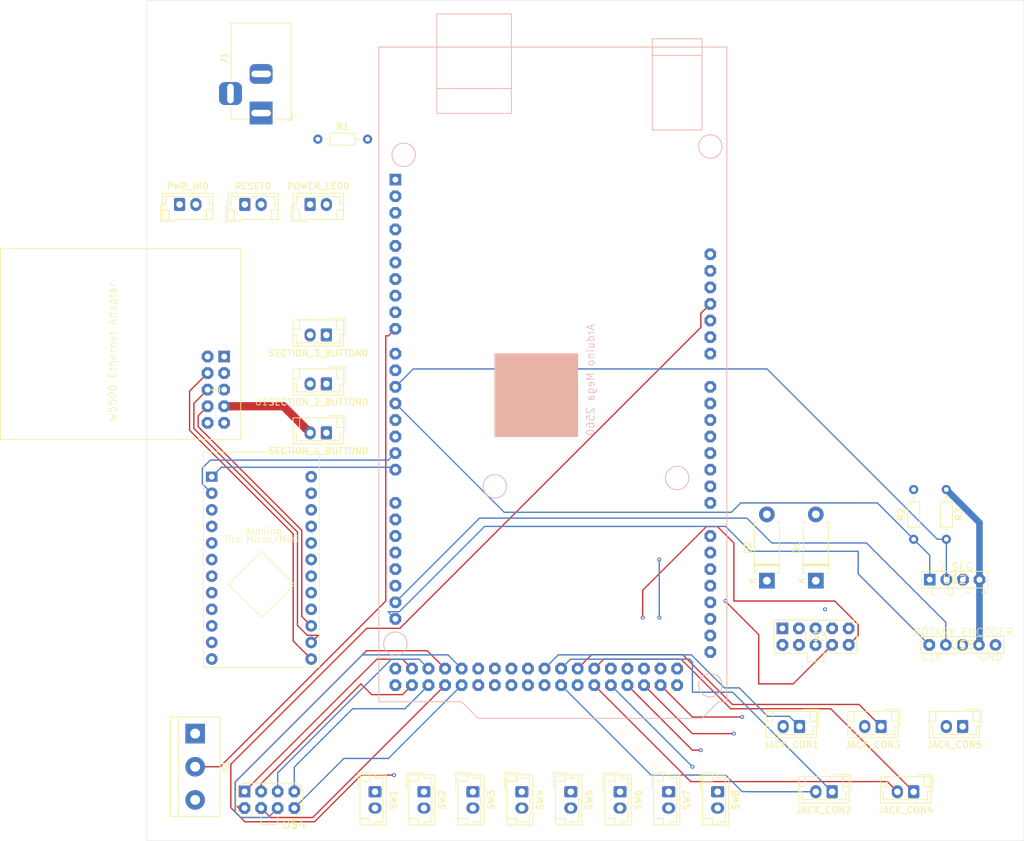
<source format=kicad_pcb>
(kicad_pcb (version 20240108) (generator "pcbnew") (generator_version "8.0")
  (layers (0 "F.Cu" signal) (1 "In1.Cu" signal) (2 "In2.Cu" signal) (31 "B.Cu" signal) (34 "B.Paste" user) (35 "F.Paste" user) (36 "B.SilkS" user "B.Silkscreen") (37 "F.SilkS" user "F.Silkscreen") (38 "B.Mask" user) (39 "F.Mask" user) (44 "Edge.Cuts" user))
  (net 0 "")
  (net 1 "/5V")
  (net 2 "Net-(D1-K)")
  (net 3 "Net-(D2-K)")
  (net 4 "/3V3")
  (net 5 "/RAW_IN")
  (net 7 "GND")
  (net 8 "Net-(JACK_CON1A-S)")
  (net 9 "Net-(JACK_CON1B-S)")
  (net 10 "Net-(JACK_CON2B-S)")
  (net 11 "Net-(JACK_CON2A-S)")
  (net 12 "Net-(JACK_CON3A-S)")
  (net 13 "Net-(JACK_CON3B-S)")
  (net 14 "Net-(JACK_CON4A-S)")
  (net 15 "Net-(JACK_CON4B-S)")
  (net 16 "Net-(JACK_CON5B-S)")
  (net 17 "Net-(JACK_CON5A-S)")
  (net 18 "Net-(POWER_LED0B-S)")
  (net 19 "Net-(R2-Pad1)")
  (net 20 "Net-(R3-Pad2)")
  (net 21 "/RESET")
  (net 22 "Net-(SECTION_1_BUTTON0A-KL)")
  (net 23 "Net-(SECTION_2_BUTTON0A-KL)")
  (net 24 "Net-(SECTION_3_BUTTON0A-KL)")
  (net 25 "Net-(SW1A-S)")
  (net 26 "Net-(SW2A-S)")
  (net 27 "Net-(SW3A-S)")
  (net 28 "Net-(SW4A-S)")
  (net 29 "Net-(SW5A-S)")
  (net 30 "Net-(SW6A-S)")
  (net 31 "Net-(SW7A-S)")
  (net 32 "Net-(SW8A-S)")
  (net 38 "Net-(U1-TXD)")
  (net 39 "/SCK")
  (net 41 "/MOSI")
  (net 45 "/D48")
  (net 48 "/D21")
  (net 49 "Net-(U$1-5V-Pad5V@1)")
  (net 50 "/D53")
  (net 51 "Net-(U$1-PadD25)")
  (net 52 "/D29")
  (net 53 "/MISO")
  (net 55 "Net-(U$1-PadD20)")
  (net 56 "Net-(U$1-PadD28)")
  (net 61 "/D2")
  (net 63 "Net-(U$1-PadD26)")
  (net 64 "Net-(U$1-PadD24)")
  (net 66 "Net-(U$1-PadD49)")
  (net 67 "Net-(U$1-PadD22)")
  (net 68 "Net-(U$1-PadD23)")
  (net 69 "Net-(X1B-KL)")
  (net 83 "Net-(U$1-PadD27)")
  (net 87 "Net-(U1-RXI)")
  (net 102 "Net-(U1-10)")
  (net 103 "Net-(U1-11)")
  (net 104 "Net-(U1-13)")
  (net 105 "Net-(U1-12)")
  (footprint "main:7_SEG_DISPLAY" (layer "F.Cu") (at 188.77 125)
    (property "Reference" "U$2")
    (property "Value" "7_SEG_DISPLAY")
  )
  (footprint "Connector_BarrelJack:BarrelJack_Horizontal" (layer "F.Cu") (at 82.5 53.5 -90)
    (property "Reference" "J1")
    (property "Value" "DCJ0303")
  )
  (footprint "Connector_JST:JST_EH_B2B-EH-A_1x02_P2.50mm_Vertical" (layer "F.Cu") (at 137.5 157.5 -90)
    (property "Reference" "SW6")
    (property "Value" "L02P")
  )
  (footprint "Connector_JST:JST_EH_B2B-EH-A_1x02_P2.50mm_Vertical" (layer "F.Cu") (at 122.45 157.5 -90)
    (property "Reference" "SW4")
    (property "Value" "L02P")
  )
  (footprint "Connector_JST:JST_EH_B2B-EH-A_1x02_P2.50mm_Vertical" (layer "F.Cu") (at 99.95 157.5 -90)
    (property "Reference" "SW1")
    (property "Value" "L02P")
  )
  (footprint "Resistor_THT:R_Axial_DIN0204_L3.6mm_D1.6mm_P7.62mm_Horizontal" (layer "F.Cu") (at 182.5 118.81 90)
    (property "Reference" "R2")
    (property "Value" "FLIPFLOP-RES")
  )
  (footprint "main:ETHERNET_ADAPTER" (layer "F.Cu") (at 75.565 95.885 -90)
    (property "Reference" "1")
    (property "Value" "~")
  )
  (footprint "Connector_JST:JST_EH_B2B-EH-A_1x02_P2.50mm_Vertical" (layer "F.Cu") (at 90 67.5)
    (property "Reference" "POWER_LED0")
    (property "Value" "L02P")
  )
  (footprint "Connector_JST:JST_EH_B2B-EH-A_1x02_P2.50mm_Vertical" (layer "F.Cu") (at 177.5 147.5 180)
    (property "Reference" "JACK_CON3")
    (property "Value" "L02P")
  )
  (footprint "Connector_JST:JST_EH_B2B-EH-A_1x02_P2.50mm_Vertical" (layer "F.Cu") (at 165 147.5 180)
    (property "Reference" "JACK_CON1")
    (property "Value" "L02P")
  )
  (footprint "main:SPI_HEADER_RIBBON_CONNECTOR" (layer "F.Cu") (at 167.46 133.73)
    (property "Reference" "U$3")
    (property "Value" "SPI_HEADERSPI_HEADER_RIBBON_CONNECTOR")
  )
  (footprint "Connector_JST:JST_EH_B2B-EH-A_1x02_P2.50mm_Vertical" (layer "F.Cu") (at 92.5 95 180)
    (property "Reference" "SECTION_2_BUTTON0")
    (property "Value" "W237-102")
  )
  (footprint "Connector_JST:JST_EH_B2B-EH-A_1x02_P2.50mm_Vertical" (layer "F.Cu") (at 129.95 157.5 -90)
    (property "Reference" "SW5")
    (property "Value" "L02P")
  )
  (footprint "Connector_JST:JST_EH_B2B-EH-A_1x02_P2.50mm_Vertical" (layer "F.Cu") (at 80 67.5)
    (property "Reference" "RESET0")
    (property "Value" "L02P")
  )
  (footprint "Connector_JST:JST_EH_B2B-EH-A_1x02_P2.50mm_Vertical" (layer "F.Cu") (at 70 67.5)
    (property "Reference" "PWR_IN0")
    (property "Value" "L02P")
  )
  (footprint "Diode_THT:D_DO-15_P10.16mm_Horizontal" (layer "F.Cu") (at 160 125.16 90)
    (property "Reference" "D2")
    (property "Value" "D")
  )
  (footprint "Connector_JST:JST_EH_B2B-EH-A_1x02_P2.50mm_Vertical" (layer "F.Cu") (at 114.95 157.5 -90)
    (property "Reference" "SW3")
    (property "Value" "L02P")
  )
  (footprint "Connector_JST:JST_EH_B2B-EH-A_1x02_P2.50mm_Vertical" (layer "F.Cu") (at 190 147.5 180)
    (property "Reference" "JACK_CON5")
    (property "Value" "L02P")
  )
  (footprint "Connector_JST:JST_EH_B2B-EH-A_1x02_P2.50mm_Vertical" (layer "F.Cu") (at 107.45 157.5 -90)
    (property "Reference" "SW2")
    (property "Value" "L02P")
  )
  (footprint "Resistor_THT:R_Axial_DIN0204_L3.6mm_D1.6mm_P7.62mm_Horizontal" (layer "F.Cu") (at 91.19 57.5)
    (property "Reference" "R1")
    (property "Value" "FLIPFLOP-RES")
  )
  (footprint "Connector_JST:JST_EH_B2B-EH-A_1x02_P2.50mm_Vertical" (layer "F.Cu") (at 152.45 157.5 -90)
    (property "Reference" "SW8")
    (property "Value" "L02P")
  )
  (footprint "main:BUTTON_GRID_HEADER_RIBBON_CONNECTOR" (layer "F.Cu") (at 83.77 158.73)
    (property "Reference" "U$4")
    (property "Value" "BUTTON_GRID_HEADER")
  )
  (footprint "Connector_JST:JST_EH_B2B-EH-A_1x02_P2.50mm_Vertical" (layer "F.Cu") (at 144.95 157.5 -90)
    (property "Reference" "SW7")
    (property "Value" "L02P")
  )
  (footprint "TerminalBlock:TerminalBlock_bornier-3_P5.08mm" (layer "F.Cu") (at 72.39 148.59 -90)
    (property "Reference" "X1")
    (property "Value" "W237-103")
  )
  (footprint "main:ARDUINO_MEGA_MIRROR" (layer "F.Cu") (at 128.4685 95.45)
    (property "Reference" "U$1")
    (property "Value" "ARDUINO_MEGAMIRROR")
  )
  (footprint "Connector_JST:JST_EH_B2B-EH-A_1x02_P2.50mm_Vertical" (layer "F.Cu") (at 170 157.5 180)
    (property "Reference" "JACK_CON2")
    (property "Value" "L02P")
  )
  (footprint "Connector_JST:JST_EH_B2B-EH-A_1x02_P2.50mm_Vertical" (layer "F.Cu") (at 92.5 102.5 180)
    (property "Reference" "SECTION_1_BUTTON0")
    (property "Value" "W237-102")
  )
  (footprint "Subsystem Main Extra Symbols:Arduino Pro Micro (Mini)" (layer "F.Cu") (at 82.55 120.65)
    (property "Reference" "U1")
    (property "Value" "~")
  )
  (footprint "Connector_JST:JST_EH_B2B-EH-A_1x02_P2.50mm_Vertical" (layer "F.Cu") (at 182.5 157.5 180)
    (property "Reference" "JACK_CON4")
    (property "Value" "L02P")
  )
  (footprint "Resistor_THT:R_Axial_DIN0204_L3.6mm_D1.6mm_P7.62mm_Horizontal" (layer "F.Cu") (at 187.5 111.19 -90)
    (property "Reference" "R3")
    (property "Value" "FLIPFLOP-RES")
  )
  (footprint "main:ROTARY_ENCODER" (layer "F.Cu") (at 189.96 135)
    (property "Reference" "U$5")
    (property "Value" "ROTARY_ENCODER")
  )
  (footprint "Connector_JST:JST_EH_B2B-EH-A_1x02_P2.50mm_Vertical" (layer "F.Cu") (at 92.5 87.5 180)
    (property "Reference" "SECTION_3_BUTTON0")
    (property "Value" "W237-102")
  )
  (footprint "Diode_THT:D_DO-15_P10.16mm_Horizontal" (layer "F.Cu") (at 167.5 125.16 90)
    (property "Reference" "D1")
    (property "Value" "D")
  )
  (gr_rect (start 65 36.195) (end 199.39 165) (stroke (width 0.05)) (fill none) (layer "Edge.Cuts"))
  (segment (start 187.5 111.19) (end 192.58 116.27) (width 1.016) (layer "B.Cu") (net 1))
  (segment (start 192.58 116.27) (end 192.58 125) (width 1.016) (layer "B.Cu") (net 1))
  (segment (start 192.58 134.92) (end 192.5 135) (width 0.635) (layer "B.Cu") (net 1))
  (segment (start 192.58 125) (end 192.58 134.92) (width 1.016) (layer "B.Cu") (net 1))
  (segment (start 90 102.5) (end 85.925 98.425) (width 1.27) (layer "F.Cu") (net 7))
  (segment (start 85.925 98.425) (end 76.835 98.425) (width 1.27) (layer "F.Cu") (net 7))
  (segment (start 148.430341 136.5266) (end 128.0319 136.5266) (width 0.2) (layer "B.Cu") (net 8))
  (segment (start 165 147.5) (end 163.4428 145.9428) (width 0.2) (layer "B.Cu") (net 8))
  (segment (start 155.7672 141.5828) (end 153.486541 141.5828) (width 0.2) (layer "B.Cu") (net 8))
  (segment (start 128.0319 136.5266) (end 125.9285 138.63) (width 0.2) (layer "B.Cu") (net 8))
  (segment (start 153.486541 141.5828) (end 148.430341 136.5266) (width 0.2) (layer "B.Cu") (net 8))
  (segment (start 160.1272 145.9428) (end 155.7672 141.5828) (width 0.2) (layer "B.Cu") (net 8))
  (segment (start 163.4428 145.9428) (end 160.1272 145.9428) (width 0.2) (layer "B.Cu") (net 8))
  (segment (start 125.9285 141.17) (end 125.73 140.9715) (width 0.2) (layer "B.Cu") (net 9))
  (segment (start 125.73 140.97) (end 125.73 140.9715) (width 0.2) (layer "B.Cu") (net 9))
  (segment (start 129.9162 142.6162) (end 142.24 154.94) (width 0.2) (layer "B.Cu") (net 10))
  (segment (start 156.21 157.48) (end 157.48 157.48) (width 0.2) (layer "B.Cu") (net 10))
  (segment (start 142.24 154.94) (end 153.67 154.94) (width 0.2) (layer "B.Cu") (net 10))
  (segment (start 129.9147 142.6162) (end 129.9162 142.6162) (width 0.2) (layer "B.Cu") (net 10))
  (segment (start 128.4685 141.17) (end 129.9147 142.6162) (width 0.2) (layer "B.Cu") (net 10))
  (segment (start 153.67 154.94) (end 156.21 157.48) (width 0.2) (layer "B.Cu") (net 10))
  (segment (start 157.48 157.48) (end 157.5 157.5) (width 0.2) (layer "B.Cu") (net 10))
  (segment (start 157.5 157.5) (end 167.5 157.5) (width 0.2) (layer "B.Cu") (net 10))
  (segment (start 148.59 142.24) (end 148.59 137.615681) (width 0.2) (layer "B.Cu") (net 11))
  (segment (start 148.158119 137.1838) (end 129.9147 137.1838) (width 0.2) (layer "B.Cu") (net 11))
  (segment (start 129.9147 137.1838) (end 128.4685 138.63) (width 0.2) (layer "B.Cu") (net 11))
  (segment (start 170 157.5) (end 154.74 142.24) (width 0.2) (layer "B.Cu") (net 11))
  (segment (start 148.59 137.615681) (end 148.158119 137.1838) (width 0.2) (layer "B.Cu") (net 11))
  (segment (start 154.74 142.24) (end 148.59 142.24) (width 0.2) (layer "B.Cu") (net 11))
  (segment (start 154.715958 144.1228) (end 147.095958 136.5028) (width 0.2) (layer "F.Cu") (net 12))
  (segment (start 133.1357 136.5028) (end 131.0085 138.63) (width 0.2) (layer "F.Cu") (net 12))
  (segment (start 174.1228 144.1228) (end 154.715958 144.1228) (width 0.2) (layer "F.Cu") (net 12))
  (segment (start 177.5 147.5) (end 174.1228 144.1228) (width 0.2) (layer "F.Cu") (net 12))
  (segment (start 147.095958 136.5028) (end 133.1357 136.5028) (width 0.2) (layer "F.Cu") (net 12))
  (segment (start 131.0085 141.17) (end 131.0085 141.1685) (width 0.2) (layer "F.Cu") (net 13))
  (segment (start 131.0085 141.1685) (end 130.81 140.97) (width 0.2) (layer "F.Cu") (net 13))
  (segment (start 146.823736 137.16) (end 135.0185 137.16) (width 0.2) (layer "F.Cu") (net 14))
  (segment (start 169.78 144.78) (end 154.443736 144.78) (width 0.2) (layer "F.Cu") (net 14))
  (segment (start 182.5 157.5) (end 169.78 144.78) (width 0.2) (layer "F.Cu") (net 14))
  (segment (start 135.0185 137.16) (end 133.5485 138.63) (width 0.2) (layer "F.Cu") (net 14))
  (segment (start 154.443736 144.78) (end 146.823736 137.16) (width 0.2) (layer "F.Cu") (net 14))
  (segment (start 133.5485 141.17) (end 148.3213 155.9428) (width 0.2) (layer "F.Cu") (net 15))
  (segment (start 178.4428 155.9428) (end 180 157.5) (width 0.2) (layer "F.Cu") (net 15))
  (segment (start 148.3213 155.9428) (end 178.4428 155.9428) (width 0.2) (layer "F.Cu") (net 15))
  (segment (start 187.5 147.5) (end 187.78 147.5) (width 0.2) (layer "F.Cu") (net 16))
  (segment (start 187.78 147.5) (end 187.96 147.32) (width 0.2) (layer "F.Cu") (net 16))
  (via (at 148.59 153.67) (size 0.6) (drill 0.3) (layers "F.Cu" "B.Cu") (net 16))
  (segment (start 148.59 153.67) (end 148.5885 153.67) (width 0.2) (layer "B.Cu") (net 16))
  (segment (start 148.5885 153.67) (end 136.0885 141.17) (width 0.2) (layer "B.Cu") (net 16))
  (segment (start 190 147.5) (end 190.32 147.5) (width 0.2) (layer "B.Cu") (net 17))
  (segment (start 190.32 147.5) (end 190.5 147.32) (width 0.2) (layer "B.Cu") (net 17))
  (segment (start 119.7547 114.6762) (end 154.5638 114.6762) (width 0.2) (layer "B.Cu") (net 19))
  (segment (start 176.9328 113.2428) (end 182.5 118.81) (width 0.2) (layer "B.Cu") (net 19))
  (segment (start 184.96 121.27) (end 184.96 125) (width 0.2) (layer "B.Cu") (net 19))
  (segment (start 103.0685 97.99) (end 119.7547 114.6762) (width 0.2) (layer "B.Cu") (net 19))
  (segment (start 154.5638 114.6762) (end 155.9972 113.2428) (width 0.2) (layer "B.Cu") (net 19))
  (segment (start 155.9972 113.2428) (end 176.9328 113.2428) (width 0.2) (layer "B.Cu") (net 19))
  (segment (start 182.5 118.81) (end 184.96 121.27) (width 0.2) (layer "B.Cu") (net 19))
  (segment (start 187.5 118.81) (end 187.5 125) (width 0.2) (layer "B.Cu") (net 20))
  (segment (start 160.02 92.71) (end 186.12 118.81) (width 0.2) (layer "B.Cu") (net 20))
  (segment (start 186.12 118.81) (end 187.5 118.81) (width 0.2) (layer "B.Cu") (net 20))
  (segment (start 105.8085 92.71) (end 160.02 92.71) (width 0.2) (layer "B.Cu") (net 20))
  (segment (start 103.0685 95.45) (end 105.8085 92.71) (width 0.2) (layer "B.Cu") (net 20))
  (segment (start 76.835 95.885) (end 76.2 95.25) (width 0.2) (layer "B.Cu") (net 21))
  (segment (start 137.5 157.5) (end 137.45 157.5) (width 0.2) (layer "F.Cu") (net 30))
  (segment (start 102.6923 107.7738) (end 103.0685 108.15) (width 0.2) (layer "B.Cu") (net 38))
  (segment (start 74.93 109.22) (end 76.3762 107.7738) (width 0.2) (layer "B.Cu") (net 38))
  (segment (start 76.3762 107.7738) (end 102.6923 107.7738) (width 0.2) (layer "B.Cu") (net 38))
  (via (at 143.51 121.92) (size 0.6) (drill 0.3) (layers "F.Cu" "B.Cu") (net 39))
  (via (at 168.91 129.54) (size 0.6) (drill 0.3) (layers "F.Cu" "B.Cu") (net 39))
  (via (at 143.51 130.81) (size 0.6) (drill 0.3) (layers "F.Cu" "B.Cu") (net 39))
  (segment (start 143.51 130.81) (end 143.51 121.92) (width 0.2) (layer "B.Cu") (net 39))
  (segment (start 141.1685 141.17) (end 148.5885 148.59) (width 0.2) (layer "F.Cu") (net 41))
  (segment (start 148.5885 148.59) (end 149.86 148.59) (width 0.2) (layer "F.Cu") (net 41))
  (segment (start 149.86 148.59) (end 154.94 148.59) (width 0.2) (layer "F.Cu") (net 41))
  (via (at 154.94 148.59) (size 0.6) (drill 0.3) (layers "F.Cu" "B.Cu") (net 41))
  (segment (start 153.67 128.27) (end 153.67 128.335236) (width 0.2) (layer "F.Cu") (net 45))
  (segment (start 153.67 128.335236) (end 158.75 133.415236) (width 0.2) (layer "F.Cu") (net 45))
  (segment (start 158.75 140.97) (end 164.03 140.97) (width 0.2) (layer "F.Cu") (net 45))
  (segment (start 158.75 133.415236) (end 158.75 140.97) (width 0.2) (layer "F.Cu") (net 45))
  (segment (start 164.03 140.97) (end 170 135) (width 0.2) (layer "F.Cu") (net 45))
  (via (at 153.67 128.27) (size 0.6) (drill 0.3) (layers "F.Cu" "B.Cu") (net 45))
  (segment (start 103.667536 129.9162) (end 116.743736 116.84) (width 0.2) (layer "B.Cu") (net 48))
  (segment (start 103.0685 131.01) (end 101.9747 129.9162) (width 0.2) (layer "B.Cu") (net 48))
  (segment (start 157.48 120.65) (end 173.99 120.65) (width 0.2) (layer "B.Cu") (net 48))
  (segment (start 173.99 120.65) (end 173.99 124.11) (width 0.2) (layer "B.Cu") (net 48))
  (segment (start 173.99 124.11) (end 184.88 135) (width 0.2) (layer "B.Cu") (net 48))
  (segment (start 116.743736 116.84) (end 153.67 116.84) (width 0.2) (layer "B.Cu") (net 48))
  (segment (start 153.67 116.84) (end 157.48 120.65) (width 0.2) (layer "B.Cu") (net 48))
  (segment (start 101.9747 129.9162) (end 103.667536 129.9162) (width 0.2) (layer "B.Cu") (net 48))
  (segment (start 149.8823 86.3377) (end 149.8823 84.1962) (width 0.2) (layer "F.Cu") (net 49))
  (segment (start 98.6838 132.4562) (end 103.7638 132.4562) (width 0.2) (layer "F.Cu") (net 49))
  (segment (start 90.684522 162.1034) (end 80.018164 162.1034) (width 0.2) (layer "F.Cu") (net 49))
  (segment (start 149.8823 84.1962) (end 151.3285 82.75) (width 0.2) (layer "F.Cu") (net 49))
  (segment (start 80.018164 162.1034) (end 77.8566 159.941836) (width 0.2) (layer "F.Cu") (net 49))
  (segment (start 102.87 154.94) (end 97.847922 154.94) (width 0.2) (layer "F.Cu") (net 49))
  (segment (start 103.7638 132.4562) (end 149.8823 86.3377) (width 0.2) (layer "F.Cu") (net 49))
  (segment (start 77.8566 153.2834) (end 98.6838 132.4562) (width 0.2) (layer "F.Cu") (net 49))
  (segment (start 77.8566 159.941836) (end 77.8566 153.2834) (width 0.2) (layer "F.Cu") (net 49))
  (segment (start 97.847922 154.94) (end 90.684522 162.1034) (width 0.2) (layer "F.Cu") (net 49))
  (via (at 102.87 154.94) (size 0.6) (drill 0.3) (layers "F.Cu" "B.Cu") (net 49))
  (segment (start 149.86 146.05) (end 156.21 146.05) (width 0.2) (layer "F.Cu") (net 50))
  (segment (start 143.7085 141.17) (end 148.5885 146.05) (width 0.2) (layer "F.Cu") (net 50))
  (segment (start 148.5885 146.05) (end 149.86 146.05) (width 0.2) (layer "F.Cu") (net 50))
  (via (at 156.21 146.05) (size 0.6) (drill 0.3) (layers "F.Cu" "B.Cu") (net 50))
  (segment (start 87.58 157.46) (end 87.58 153.72) (width 0.2) (layer "B.Cu") (net 51))
  (segment (start 87.58 153.72) (end 96.52 144.78) (width 0.2) (layer "B.Cu") (net 51))
  (segment (start 104.5385 144.78) (end 108.1485 141.17) (width 0.2) (layer "B.Cu") (net 51))
  (segment (start 96.52 144.78) (end 104.5385 144.78) (width 0.2) (layer "B.Cu") (net 51))
  (segment (start 95.18 152.4) (end 101.9985 152.4) (width 0.2) (layer "B.Cu") (net 52))
  (segment (start 101.9985 152.4) (end 113.2285 141.17) (width 0.2) (layer "B.Cu") (net 52))
  (segment (start 87.58 160) (end 95.18 152.4) (width 0.2) (layer "B.Cu") (net 52))
  (segment (start 140.97 126.623264) (end 150.729464 116.8638) (width 0.2) (layer "F.Cu") (net 53))
  (segment (start 170.395236 128.27) (end 173.9862 131.860964) (width 0.2) (layer "F.Cu") (net 53))
  (segment (start 140.97 130.81) (end 140.97 126.623264) (width 0.2) (layer "F.Cu") (net 53))
  (segment (start 154.94 128.27) (end 170.395236 128.27) (width 0.2) (layer "F.Cu") (net 53))
  (segment (start 152.4238 116.8638) (end 154.94 119.38) (width 0.2) (layer "F.Cu") (net 53))
  (segment (start 173.9862 133.5538) (end 172.54 135) (width 0.2) (layer "F.Cu") (net 53))
  (segment (start 150.729464 116.8638) (end 152.4238 116.8638) (width 0.2) (layer "F.Cu") (net 53))
  (segment (start 154.94 119.38) (end 154.94 128.27) (width 0.2) (layer "F.Cu") (net 53))
  (segment (start 173.9862 131.860964) (end 173.9862 133.5538) (width 0.2) (layer "F.Cu") (net 53))
  (via (at 140.97 130.81) (size 0.6) (drill 0.3) (layers "F.Cu" "B.Cu") (net 53))
  (segment (start 103.0685 128.47) (end 115.9685 115.57) (width 0.2) (layer "B.Cu") (net 55))
  (segment (start 175.26 119.38) (end 187.42 131.54) (width 0.2) (layer "B.Cu") (net 55))
  (segment (start 115.9685 115.57) (end 156.944943 115.57) (width 0.2) (layer "B.Cu") (net 55))
  (segment (start 156.944943 115.57) (end 160.754943 119.38) (width 0.2) (layer "B.Cu") (net 55))
  (segment (start 187.42 131.54) (end 187.42 135) (width 0.2) (layer "B.Cu") (net 55))
  (segment (start 160.754943 119.38) (end 175.26 119.38) (width 0.2) (layer "B.Cu") (net 55))
  (segment (start 98.001 136.5266) (end 111.1251 136.5266) (width 0.2) (layer "B.Cu") (net 56))
  (segment (start 111.1251 136.5266) (end 113.2285 138.63) (width 0.2) (layer "B.Cu") (net 56))
  (segment (start 83.5938 161.4462) (end 79.360964 161.4462) (width 0.2) (layer "B.Cu") (net 56))
  (segment (start 78.5138 156.0138) (end 98.001 136.5266) (width 0.2) (layer "B.Cu") (net 56))
  (segment (start 78.5138 160.599036) (end 78.5138 156.0138) (width 0.2) (layer "B.Cu") (net 56))
  (segment (start 79.360964 161.4462) (end 78.5138 160.599036) (width 0.2) (layer "B.Cu") (net 56))
  (segment (start 85.04 160) (end 83.5938 161.4462) (width 0.2) (layer "B.Cu") (net 56))
  (segment (start 162.56 135.18) (end 162.38 135) (width 0.2) (layer "F.Cu") (net 61))
  (segment (start 162.56 135.18) (end 162.56 135.89) (width 0.2) (layer "F.Cu") (net 61))
  (segment (start 107.9485 135.89) (end 110.6885 138.63) (width 0.2) (layer "F.Cu") (net 63))
  (segment (start 78.5138 159.4428) (end 78.5138 156.0138) (width 0.2) (layer "F.Cu") (net 63))
  (segment (start 78.5138 156.0138) (end 98.6376 135.89) (width 0.2) (layer "F.Cu") (net 63))
  (segment (start 79.071 160) (end 78.5138 159.4428) (width 0.2) (layer "F.Cu") (net 63))
  (segment (start 98.6376 135.89) (end 107.9485 135.89) (width 0.2) (layer "F.Cu") (net 63))
  (segment (start 79.96 160) (end 79.071 160) (width 0.2) (layer "F.Cu") (net 63))
  (segment (start 79.99 160) (end 80.01 160.02) (width 0.2) (layer "B.Cu") (net 63))
  (segment (start 79.99 160) (end 79.96 160) (width 0.2) (layer "B.Cu") (net 63))
  (segment (start 85.07 157.46) (end 85.09 157.48) (width 0.2) (layer "F.Cu") (net 64))
  (segment (start 85.07 157.46) (end 85.04 157.46) (width 0.2) (layer "F.Cu") (net 64))
  (segment (start 85.04 157.46) (end 85.04 154.613264) (width 0.2) (layer "B.Cu") (net 64))
  (segment (start 106.7023 137.1838) (end 108.1485 138.63) (width 0.2) (layer "B.Cu") (net 64))
  (segment (start 85.04 154.613264) (end 102.469464 137.1838) (width 0.2) (layer "B.Cu") (net 64))
  (segment (start 102.469464 137.1838) (end 106.7023 137.1838) (width 0.2) (layer "B.Cu") (net 64))
  (segment (start 148.5885 151.13) (end 149.86 151.13) (width 0.2) (layer "F.Cu") (net 66))
  (segment (start 138.6285 141.17) (end 148.5885 151.13) (width 0.2) (layer "F.Cu") (net 66))
  (via (at 149.86 151.13) (size 0.6) (drill 0.3) (layers "F.Cu" "B.Cu") (net 66))
  (segment (start 79.96 157.46) (end 79.99 157.46) (width 0.2) (layer "F.Cu") (net 67))
  (segment (start 104.1623 137.1838) (end 105.6085 138.63) (width 0.2) (layer "F.Cu") (net 67))
  (segment (start 79.99 157.46) (end 80.01 157.48) (width 0.2) (layer "F.Cu") (net 67))
  (segment (start 100.2362 137.1838) (end 104.1623 137.1838) (width 0.2) (layer "F.Cu") (net 67))
  (segment (start 79.96 157.46) (end 100.2362 137.1838) (width 0.2) (layer "F.Cu") (net 67))
  (segment (start 99.4362 142.6162) (end 104.1623 142.6162) (width 0.2) (layer "F.Cu") (net 68))
  (segment (start 104.1623 142.6162) (end 105.6085 141.17) (width 0.2) (layer "F.Cu") (net 68))
  (segment (start 82.5 157.46) (end 82.5 156.26) (width 0.2) (layer "F.Cu") (net 68))
  (segment (start 97.79 140.97) (end 99.4362 142.6162) (width 0.2) (layer "F.Cu") (net 68))
  (segment (start 82.5 156.26) (end 97.79 140.97) (width 0.2) (layer "F.Cu") (net 68))
  (segment (start 76.2 153.67) (end 101.6 128.27) (width 0.2) (layer "F.Cu") (net 69))
  (segment (start 101.6 87.63) (end 101.9985 87.63) (width 0.2) (layer "F.Cu") (net 69))
  (segment (start 101.9985 87.63) (end 103.0685 86.56) (width 0.2) (layer "F.Cu") (net 69))
  (segment (start 101.6 128.27) (end 101.6 87.63) (width 0.2) (layer "F.Cu") (net 69))
  (segment (start 72.39 153.67) (end 76.2 153.67) (width 0.2) (layer "F.Cu") (net 69))
  (segment (start 83.9462 161.4462) (end 90.4123 161.4462) (width 0.2) (layer "F.Cu") (net 83))
  (segment (start 82.5 160) (end 83.9462 161.4462) (width 0.2) (layer "F.Cu") (net 83))
  (segment (start 90.4123 161.4462) (end 110.6885 141.17) (width 0.2) (layer "F.Cu") (net 83))
  (segment (start 73.4838 107.9008) (end 74.7046 106.68) (width 0.2) (layer "B.Cu") (net 87))
  (segment (start 101.9985 106.68) (end 103.0685 105.61) (width 0.2) (layer "B.Cu") (net 87))
  (segment (start 74.7046 106.68) (end 101.9985 106.68) (width 0.2) (layer "B.Cu") (net 87))
  (segment (start 73.4838 110.3138) (end 73.4838 107.9008) (width 0.2) (layer "B.Cu") (net 87))
  (segment (start 74.93 111.76) (end 73.4838 110.3138) (width 0.2) (layer "B.Cu") (net 87))
  (segment (start 87.4094 117.98348) (end 71.5344 102.10848) (width 0.2) (layer "F.Cu") (net 102))
  (segment (start 90.17 137.16) (end 87.4094 134.3994) (width 0.2) (layer "F.Cu") (net 102))
  (segment (start 71.5344 96.1056) (end 74.295 93.345) (width 0.2) (layer "F.Cu") (net 102))
  (segment (start 87.4094 134.3994) (end 87.4094 117.98348) (width 0.2) (layer "F.Cu") (net 102))
  (segment (start 71.5344 102.10848) (end 71.5344 96.1056) (width 0.2) (layer "F.Cu") (net 102))
  (segment (start 88.0666 132.021836) (end 88.0666 117.711258) (width 0.2) (layer "F.Cu") (net 103))
  (segment (start 90.17 134.62) (end 91.2638 133.5262) (width 0.2) (layer "F.Cu") (net 103))
  (segment (start 88.0666 117.711258) (end 72.1916 101.836258) (width 0.2) (layer "F.Cu") (net 103))
  (segment (start 89.570964 133.5262) (end 88.0666 132.021836) (width 0.2) (layer "F.Cu") (net 103))
  (segment (start 72.1916 101.836258) (end 72.1916 97.9884) (width 0.2) (layer "F.Cu") (net 103))
  (segment (start 91.2638 133.5262) (end 89.570964 133.5262) (width 0.2) (layer "F.Cu") (net 103))
  (segment (start 72.1916 97.9884) (end 74.295 95.885) (width 0.2) (layer "F.Cu") (net 103))
  (segment (start 88.7238 130.6338) (end 88.7238 117.439036) (width 0.2) (layer "F.Cu") (net 105))
  (segment (start 88.7238 117.439036) (end 72.8488 101.564036) (width 0.2) (layer "F.Cu") (net 105))
  (segment (start 72.8488 99.8712) (end 74.295 98.425) (width 0.2) (layer "F.Cu") (net 105))
  (segment (start 72.8488 101.564036) (end 72.8488 99.8712) (width 0.2) (layer "F.Cu") (net 105))
  (segment (start 90.17 132.08) (end 88.7238 130.6338) (width 0.2) (layer "F.Cu") (net 105))
)
</source>
